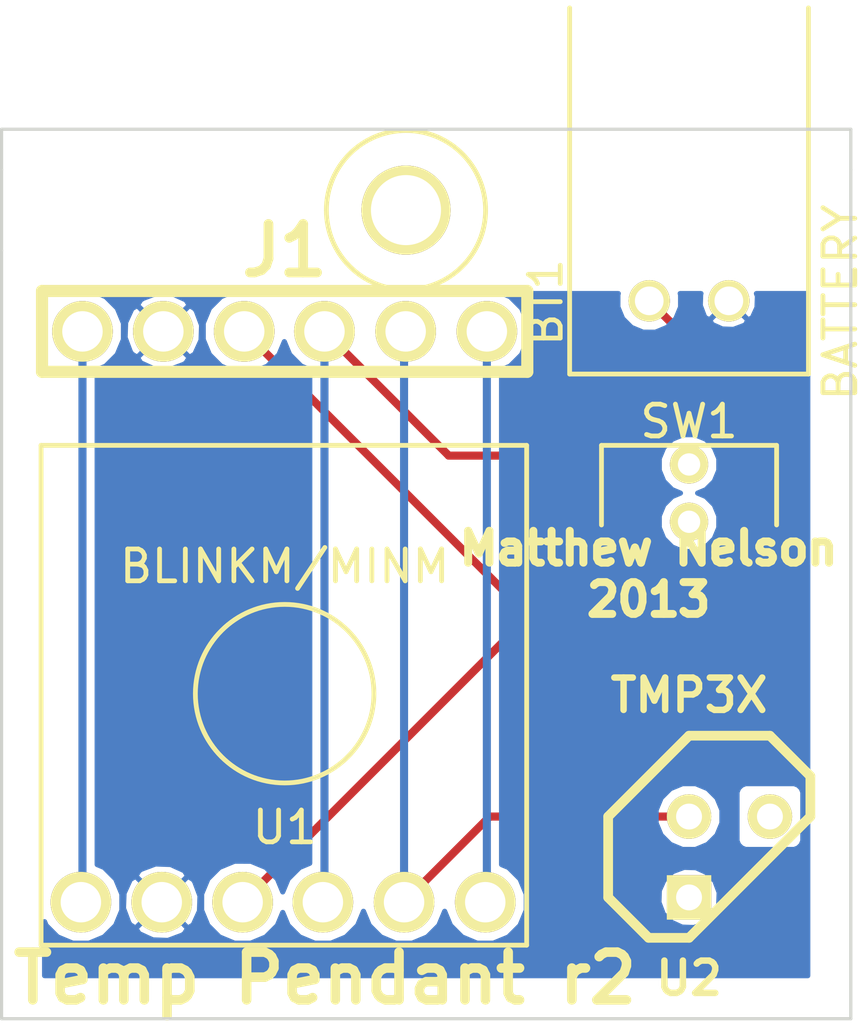
<source format=kicad_pcb>
(kicad_pcb (version 3) (host pcbnew "(2013-07-07 BZR 4022)-stable")

  (general
    (links 15)
    (no_connects 2)
    (area 199.339999 118.876 226.559 151.180001)
    (thickness 1.6)
    (drawings 10)
    (tracks 33)
    (zones 0)
    (modules 6)
    (nets 7)
  )

  (page A3)
  (title_block 
    (title "Temperature Pendant")
    (rev 1)
    (company "Aerodyne Labs")
    (comment 1 "Matthew Nelson")
    (comment 2 mnelson@aerodynelabs.com)
    (comment 3 www.rfgeeks.com)
  )

  (layers
    (15 F.Cu signal)
    (0 B.Cu signal)
    (16 B.Adhes user)
    (17 F.Adhes user)
    (18 B.Paste user)
    (19 F.Paste user)
    (20 B.SilkS user)
    (21 F.SilkS user)
    (22 B.Mask user)
    (23 F.Mask user)
    (24 Dwgs.User user)
    (25 Cmts.User user)
    (26 Eco1.User user)
    (27 Eco2.User user)
    (28 Edge.Cuts user)
  )

  (setup
    (last_trace_width 0.254)
    (trace_clearance 0.254)
    (zone_clearance 0.16)
    (zone_45_only no)
    (trace_min 0.254)
    (segment_width 0.2)
    (edge_width 0.1)
    (via_size 0.889)
    (via_drill 0.635)
    (via_min_size 0.889)
    (via_min_drill 0.508)
    (uvia_size 0.508)
    (uvia_drill 0.127)
    (uvias_allowed no)
    (uvia_min_size 0.508)
    (uvia_min_drill 0.127)
    (pcb_text_width 0.3)
    (pcb_text_size 1.5 1.5)
    (mod_edge_width 0.15)
    (mod_text_size 1 1)
    (mod_text_width 0.15)
    (pad_size 1.5 1.5)
    (pad_drill 0.6)
    (pad_to_mask_clearance 0)
    (aux_axis_origin 0 0)
    (visible_elements 7FFFFFFF)
    (pcbplotparams
      (layerselection 283148289)
      (usegerberextensions true)
      (excludeedgelayer true)
      (linewidth 0.150000)
      (plotframeref false)
      (viasonmask false)
      (mode 1)
      (useauxorigin false)
      (hpglpennumber 1)
      (hpglpenspeed 20)
      (hpglpendiameter 15)
      (hpglpenoverlay 2)
      (psnegative false)
      (psa4output false)
      (plotreference true)
      (plotvalue true)
      (plotothertext true)
      (plotinvisibletext false)
      (padsonsilk false)
      (subtractmaskfromsilk false)
      (outputformat 1)
      (mirror false)
      (drillshape 0)
      (scaleselection 1)
      (outputdirectory Gerber/))
  )

  (net 0 "")
  (net 1 +BATT)
  (net 2 GND)
  (net 3 MISO)
  (net 4 RST)
  (net 5 SW)
  (net 6 TEMP)

  (net_class Default "This is the default net class."
    (clearance 0.254)
    (trace_width 0.254)
    (via_dia 0.889)
    (via_drill 0.635)
    (uvia_dia 0.508)
    (uvia_drill 0.127)
    (add_net "")
    (add_net +BATT)
    (add_net GND)
    (add_net MISO)
    (add_net RST)
    (add_net SW)
    (add_net TEMP)
  )

  (module HDRV6W38P254_6X1 (layer F.Cu) (tedit 5213B9C5) (tstamp 526C1C3F)
    (at 208.28 129.54)
    (path /5265F63E)
    (fp_text reference J1 (at 0 -2.54) (layer F.SilkS)
      (effects (font (size 1.524 1.524) (thickness 0.3048)))
    )
    (fp_text value CONN-6 (at 0 2.54) (layer F.SilkS) hide
      (effects (font (size 1.524 1.524) (thickness 0.3048)))
    )
    (fp_line (start -7.62 1.27) (end 7.62 1.27) (layer F.SilkS) (width 0.381))
    (fp_line (start 7.62 -1.27) (end -7.62 -1.27) (layer F.SilkS) (width 0.381))
    (fp_line (start -7.62 -1.27) (end -7.62 1.27) (layer F.SilkS) (width 0.381))
    (fp_line (start 7.62 1.27) (end 7.62 -1.27) (layer F.SilkS) (width 0.381))
    (pad 1 thru_hole circle (at -6.35 0) (size 1.905 1.905) (drill 1.27)
      (layers *.Cu *.Mask F.SilkS)
      (net 4 RST)
    )
    (pad 2 thru_hole circle (at -3.81 0) (size 1.905 1.905) (drill 1.27)
      (layers *.Cu *.Mask F.SilkS)
      (net 2 GND)
    )
    (pad 3 thru_hole circle (at -1.27 0) (size 1.905 1.905) (drill 1.27)
      (layers *.Cu *.Mask F.SilkS)
      (net 1 +BATT)
    )
    (pad 4 thru_hole circle (at 1.25 0) (size 1.905 1.905) (drill 1.27)
      (layers *.Cu *.Mask F.SilkS)
      (net 5 SW)
    )
    (pad 5 thru_hole circle (at 3.8 0) (size 1.905 1.905) (drill 1.27)
      (layers *.Cu *.Mask F.SilkS)
      (net 6 TEMP)
    )
    (pad 6 thru_hole circle (at 6.35 0) (size 1.905 1.905) (drill 1.27)
      (layers *.Cu *.Mask F.SilkS)
      (net 3 MISO)
    )
  )

  (module CONN-JST-XH-2 (layer F.Cu) (tedit 5230F56A) (tstamp 526C1C48)
    (at 220.98 119.38)
    (path /5264A202)
    (fp_text reference BT1 (at -4.5 9.25 90) (layer F.SilkS)
      (effects (font (size 1 1) (thickness 0.15)))
    )
    (fp_text value BATTERY (at 4.75 9.25 90) (layer F.SilkS)
      (effects (font (size 1 1) (thickness 0.15)))
    )
    (fp_line (start -3.75 0) (end -3.75 11.5) (layer F.SilkS) (width 0.15))
    (fp_line (start -3.75 11.5) (end 3.75 11.5) (layer F.SilkS) (width 0.15))
    (fp_line (start 3.75 11.5) (end 3.75 0) (layer F.SilkS) (width 0.15))
    (pad 1 thru_hole circle (at -1.25 9.2) (size 1.3 1.3) (drill 0.9)
      (layers *.Cu *.Mask F.SilkS)
      (net 1 +BATT)
    )
    (pad 2 thru_hole circle (at 1.25 9.2) (size 1.3 1.3) (drill 0.9)
      (layers *.Cu *.Mask F.SilkS)
      (net 2 GND)
    )
  )

  (module BlinkM (layer F.Cu) (tedit 526C0C3B) (tstamp 526C1C57)
    (at 208.28 140.97)
    (path /5265EB43)
    (fp_text reference U1 (at 0 4.15) (layer F.SilkS)
      (effects (font (size 1 1) (thickness 0.15)))
    )
    (fp_text value BLINKM/MINM (at 0 -4.05) (layer F.SilkS)
      (effects (font (size 1 1) (thickness 0.15)))
    )
    (fp_circle (center 0 -0.05) (end -2.4 -1.5) (layer F.SilkS) (width 0.15))
    (fp_line (start -7.65 -7.85) (end 7.6 -7.85) (layer F.SilkS) (width 0.15))
    (fp_line (start 7.6 -7.85) (end 7.6 7.85) (layer F.SilkS) (width 0.15))
    (fp_line (start 7.6 7.85) (end -7.65 7.85) (layer F.SilkS) (width 0.15))
    (fp_line (start -7.65 7.85) (end -7.65 -7.85) (layer F.SilkS) (width 0.15))
    (pad 1 thru_hole circle (at -6.4 6.5) (size 1.905 1.905) (drill 1.27)
      (layers *.Cu *.Mask F.SilkS)
      (net 4 RST)
    )
    (pad 2 thru_hole circle (at -3.86 6.5) (size 1.905 1.905) (drill 1.27)
      (layers *.Cu *.Mask F.SilkS)
      (net 2 GND)
    )
    (pad 3 thru_hole circle (at -1.32 6.5) (size 1.905 1.905) (drill 1.27)
      (layers *.Cu *.Mask F.SilkS)
      (net 1 +BATT)
    )
    (pad 4 thru_hole circle (at 1.2 6.5) (size 1.905 1.905) (drill 1.27)
      (layers *.Cu *.Mask F.SilkS)
      (net 5 SW)
    )
    (pad 5 thru_hole circle (at 3.75 6.5) (size 1.905 1.905) (drill 1.27)
      (layers *.Cu *.Mask F.SilkS)
      (net 6 TEMP)
    )
    (pad 6 thru_hole circle (at 6.3 6.5) (size 1.905 1.905) (drill 1.27)
      (layers *.Cu *.Mask F.SilkS)
      (net 3 MISO)
    )
    (model 3D/Devices/blinkm.wrl
      (at (xyz -0.31 -0.31 0.13))
      (scale (xyz 0.39 0.39 0.39))
      (rotate (xyz 270 0 90))
    )
  )

  (module SW-EVQP7 (layer F.Cu) (tedit 52280678) (tstamp 526C1C31)
    (at 220.98 134.62)
    (descr "SW, Mom, SMD Right")
    (path /5264B70C)
    (fp_text reference SW1 (at 0 -2.25) (layer F.SilkS)
      (effects (font (size 1 1) (thickness 0.15)))
    )
    (fp_text value SW-MOM (at 0 0) (layer F.SilkS) hide
      (effects (font (size 1 1) (thickness 0.15)))
    )
    (fp_line (start -2.75 1) (end -2.75 -1.5) (layer F.SilkS) (width 0.15))
    (fp_line (start -2.75 -1.5) (end 2.75 -1.5) (layer F.SilkS) (width 0.15))
    (fp_line (start 2.75 -1.5) (end 2.75 1) (layer F.SilkS) (width 0.15))
    (pad 1 smd rect (at 1.8 -0.725) (size 1.4 1.05)
      (layers F.Cu F.Paste F.Mask)
      (net 5 SW)
    )
    (pad 1 smd rect (at -1.8 -0.725) (size 1.4 1.05)
      (layers F.Cu F.Paste F.Mask)
      (net 5 SW)
    )
    (pad 2 smd rect (at -1.8 0.725) (size 1.4 1.05)
      (layers F.Cu F.Paste F.Mask)
      (net 1 +BATT)
    )
    (pad 2 smd rect (at 1.8 0.725) (size 1.4 1.05)
      (layers F.Cu F.Paste F.Mask)
      (net 1 +BATT)
    )
    (pad "" thru_hole circle (at 0 -0.9) (size 1.2 1.2) (drill 0.7)
      (layers *.Cu *.Mask F.SilkS)
    )
    (pad "" thru_hole circle (at 0 0.9) (size 1.2 1.2) (drill 0.7)
      (layers *.Cu *.Mask F.SilkS)
    )
    (model 3D/Misc/SW-EVQP7.wrl
      (at (xyz 0 0 0))
      (scale (xyz 0.393701 0.393701 0.393701))
      (rotate (xyz 0 0 0))
    )
  )

  (module TO92-INVERT (layer F.Cu) (tedit 443CFFF4) (tstamp 526C1C25)
    (at 222.25 146.05)
    (descr "Transistor TO92 brochage type BC237")
    (tags "TR TO92")
    (path /5264B6FD)
    (fp_text reference U2 (at -1.27 3.81) (layer F.SilkS)
      (effects (font (size 1.016 1.016) (thickness 0.2032)))
    )
    (fp_text value TMP3X (at -1.27 -5.08) (layer F.SilkS)
      (effects (font (size 1.016 1.016) (thickness 0.2032)))
    )
    (fp_line (start -1.27 2.54) (end 2.54 -1.27) (layer F.SilkS) (width 0.3048))
    (fp_line (start 2.54 -1.27) (end 2.54 -2.54) (layer F.SilkS) (width 0.3048))
    (fp_line (start 2.54 -2.54) (end 1.27 -3.81) (layer F.SilkS) (width 0.3048))
    (fp_line (start 1.27 -3.81) (end -1.27 -3.81) (layer F.SilkS) (width 0.3048))
    (fp_line (start -1.27 -3.81) (end -3.81 -1.27) (layer F.SilkS) (width 0.3048))
    (fp_line (start -3.81 -1.27) (end -3.81 1.27) (layer F.SilkS) (width 0.3048))
    (fp_line (start -3.81 1.27) (end -2.54 2.54) (layer F.SilkS) (width 0.3048))
    (fp_line (start -2.54 2.54) (end -1.27 2.54) (layer F.SilkS) (width 0.3048))
    (pad 1 thru_hole rect (at -1.27 1.27) (size 1.397 1.397) (drill 0.8128)
      (layers *.Cu *.Mask F.SilkS)
      (net 1 +BATT)
    )
    (pad 2 thru_hole circle (at -1.27 -1.27) (size 1.397 1.397) (drill 0.8128)
      (layers *.Cu *.Mask F.SilkS)
      (net 6 TEMP)
    )
    (pad 3 thru_hole circle (at 1.27 -1.27) (size 1.397 1.397) (drill 0.8128)
      (layers *.Cu *.Mask F.SilkS)
      (net 2 GND)
    )
    (model discret/to98.wrl
      (at (xyz 0 0 0))
      (scale (xyz 1 1 1))
      (rotate (xyz 0 0 0))
    )
  )

  (module MECH-HOLE220 (layer F.Cu) (tedit 5228D98A) (tstamp 528833EC)
    (at 212.09 125.73)
    (fp_text reference MECH-HOLE220 (at 0 0) (layer F.SilkS) hide
      (effects (font (size 1 1) (thickness 0.15)))
    )
    (fp_text value VAL** (at 0 0) (layer F.SilkS) hide
      (effects (font (size 1 1) (thickness 0.15)))
    )
    (fp_circle (center 0 0) (end 2.5 0) (layer F.SilkS) (width 0.15))
    (pad "" thru_hole circle (at 0 0) (size 2.8 2.8) (drill 2.2)
      (layers *.Cu *.Mask F.SilkS)
    )
  )

  (gr_line (start 199.39 123.19) (end 199.39 124.46) (angle 90) (layer Edge.Cuts) (width 0.1))
  (gr_line (start 226.06 123.19) (end 226.06 124.46) (angle 90) (layer Edge.Cuts) (width 0.1))
  (gr_line (start 199.39 124.46) (end 199.39 127) (angle 90) (layer Edge.Cuts) (width 0.1))
  (gr_line (start 226.06 127) (end 226.06 124.46) (angle 90) (layer Edge.Cuts) (width 0.1))
  (gr_text "Matthew Nelson\n2013" (at 219.71 137.16) (layer F.SilkS)
    (effects (font (size 1 1) (thickness 0.25)))
  )
  (gr_text "Temp Pendant r2" (at 209.55 149.86) (layer F.SilkS)
    (effects (font (size 1.5 1.5) (thickness 0.3)))
  )
  (gr_line (start 199.39 151.13) (end 199.39 127) (angle 90) (layer Edge.Cuts) (width 0.1))
  (gr_line (start 226.06 151.13) (end 199.39 151.13) (angle 90) (layer Edge.Cuts) (width 0.1))
  (gr_line (start 226.06 127) (end 226.06 151.13) (angle 90) (layer Edge.Cuts) (width 0.1))
  (gr_line (start 199.39 123.19) (end 226.06 123.19) (angle 90) (layer Edge.Cuts) (width 0.1))

  (segment (start 222.78 135.345) (end 222.78 135.7981) (width 0.254) (layer F.Cu) (net 1))
  (segment (start 222.78 135.7981) (end 222.78 136.2513) (width 0.254) (layer F.Cu) (net 1))
  (segment (start 223.8614 132.7114) (end 219.73 128.58) (width 0.254) (layer F.Cu) (net 1))
  (segment (start 223.8614 134.7167) (end 223.8614 132.7114) (width 0.254) (layer F.Cu) (net 1))
  (segment (start 222.78 135.7981) (end 223.8614 134.7167) (width 0.254) (layer F.Cu) (net 1))
  (segment (start 219.18 135.345) (end 219.18 136.2513) (width 0.254) (layer F.Cu) (net 1))
  (segment (start 222.557 136.4743) (end 222.557 136.5297) (width 0.254) (layer F.Cu) (net 1))
  (segment (start 222.78 136.2513) (end 222.557 136.4743) (width 0.254) (layer F.Cu) (net 1))
  (segment (start 219.18 136.3905) (end 219.18 136.2513) (width 0.254) (layer F.Cu) (net 1))
  (segment (start 219.3192 136.5297) (end 219.18 136.3905) (width 0.254) (layer F.Cu) (net 1))
  (segment (start 222.557 136.5297) (end 219.3192 136.5297) (width 0.254) (layer F.Cu) (net 1))
  (segment (start 215.95 138.48) (end 207.01 129.54) (width 0.254) (layer F.Cu) (net 1))
  (segment (start 218.0395 136.3905) (end 215.95 138.48) (width 0.254) (layer F.Cu) (net 1))
  (segment (start 219.18 136.3905) (end 218.0395 136.3905) (width 0.254) (layer F.Cu) (net 1))
  (segment (start 215.95 138.48) (end 206.96 147.47) (width 0.254) (layer F.Cu) (net 1))
  (segment (start 214.63 147.42) (end 214.63 129.54) (width 0.254) (layer B.Cu) (net 3))
  (segment (start 214.58 147.47) (end 214.63 147.42) (width 0.254) (layer B.Cu) (net 3))
  (segment (start 201.93 147.42) (end 201.93 129.54) (width 0.254) (layer B.Cu) (net 4))
  (segment (start 201.88 147.47) (end 201.93 147.42) (width 0.254) (layer B.Cu) (net 4))
  (segment (start 222.5154 132.7241) (end 222.78 132.9887) (width 0.254) (layer F.Cu) (net 5))
  (segment (start 219.4446 132.7241) (end 222.5154 132.7241) (width 0.254) (layer F.Cu) (net 5))
  (segment (start 219.18 132.9887) (end 219.4446 132.7241) (width 0.254) (layer F.Cu) (net 5))
  (segment (start 222.78 133.895) (end 222.78 132.9887) (width 0.254) (layer F.Cu) (net 5))
  (segment (start 219.18 133.895) (end 219.18 133.4418) (width 0.254) (layer F.Cu) (net 5))
  (segment (start 219.18 133.4418) (end 219.18 132.9887) (width 0.254) (layer F.Cu) (net 5))
  (segment (start 213.4318 133.4418) (end 209.53 129.54) (width 0.254) (layer F.Cu) (net 5))
  (segment (start 219.18 133.4418) (end 213.4318 133.4418) (width 0.254) (layer F.Cu) (net 5))
  (segment (start 209.53 147.42) (end 209.53 129.54) (width 0.254) (layer B.Cu) (net 5))
  (segment (start 209.48 147.47) (end 209.53 147.42) (width 0.254) (layer B.Cu) (net 5))
  (segment (start 214.72 144.78) (end 220.98 144.78) (width 0.254) (layer F.Cu) (net 6))
  (segment (start 212.03 147.47) (end 214.72 144.78) (width 0.254) (layer F.Cu) (net 6))
  (segment (start 212.03 129.59) (end 212.03 147.47) (width 0.254) (layer B.Cu) (net 6))
  (segment (start 212.08 129.54) (end 212.03 129.59) (width 0.254) (layer B.Cu) (net 6))

  (zone (net 2) (net_name GND) (layer B.Cu) (tstamp 526D688A) (hatch edge 0.508)
    (connect_pads (clearance 0.16))
    (min_thickness 0.16)
    (fill (arc_segments 16) (thermal_gap 0.16) (thermal_bridge_width 0.17))
    (polygon
      (pts
        (xy 200.66 128.27) (xy 224.79 128.27) (xy 224.79 149.86) (xy 200.66 149.86)
      )
    )
    (filled_polygon
      (pts
        (xy 224.71 149.78) (xy 224.552557 149.78) (xy 224.552557 145.412355) (xy 224.552557 144.015355) (xy 224.501816 143.892552)
        (xy 224.407942 143.798514) (xy 224.285228 143.747559) (xy 224.152355 143.747443) (xy 222.825682 143.747443) (xy 222.825682 129.182753)
        (xy 222.23 128.587071) (xy 221.634318 129.182753) (xy 221.700676 129.317059) (xy 222.023028 129.463517) (xy 222.376891 129.475468)
        (xy 222.70839 129.351091) (xy 222.759324 129.317059) (xy 222.825682 129.182753) (xy 222.825682 143.747443) (xy 222.755355 143.747443)
        (xy 222.632552 143.798184) (xy 222.538514 143.892058) (xy 222.487559 144.014772) (xy 222.487443 144.147645) (xy 222.487443 145.544645)
        (xy 222.538184 145.667448) (xy 222.632058 145.761486) (xy 222.754772 145.812441) (xy 222.887645 145.812557) (xy 224.284645 145.812557)
        (xy 224.407448 145.761816) (xy 224.501486 145.667942) (xy 224.552441 145.545228) (xy 224.552557 145.412355) (xy 224.552557 149.78)
        (xy 222.012678 149.78) (xy 222.012678 144.575524) (xy 221.914162 144.337096) (xy 221.914162 135.335031) (xy 221.772268 134.991623)
        (xy 221.509759 134.728655) (xy 221.247867 134.619908) (xy 221.508377 134.512268) (xy 221.771345 134.249759) (xy 221.913837 133.906599)
        (xy 221.914162 133.535031) (xy 221.772268 133.191623) (xy 221.509759 132.928655) (xy 221.166599 132.786163) (xy 220.795031 132.785838)
        (xy 220.451623 132.927732) (xy 220.188655 133.190241) (xy 220.046163 133.533401) (xy 220.045838 133.904969) (xy 220.187732 134.248377)
        (xy 220.450241 134.511345) (xy 220.712132 134.620091) (xy 220.451623 134.727732) (xy 220.188655 134.990241) (xy 220.046163 135.333401)
        (xy 220.045838 135.704969) (xy 220.187732 136.048377) (xy 220.450241 136.311345) (xy 220.793401 136.453837) (xy 221.164969 136.454162)
        (xy 221.508377 136.312268) (xy 221.771345 136.049759) (xy 221.913837 135.706599) (xy 221.914162 135.335031) (xy 221.914162 144.337096)
        (xy 221.855821 144.1959) (xy 221.565627 143.9052) (xy 221.186278 143.74768) (xy 220.775524 143.747322) (xy 220.3959 143.904179)
        (xy 220.1052 144.194373) (xy 219.94768 144.573722) (xy 219.947322 144.984476) (xy 220.104179 145.3641) (xy 220.394373 145.6548)
        (xy 220.773722 145.81232) (xy 221.184476 145.812678) (xy 221.5641 145.655821) (xy 221.8548 145.365627) (xy 222.01232 144.986278)
        (xy 222.012678 144.575524) (xy 222.012678 149.78) (xy 221.924309 149.78) (xy 221.924309 147.165374) (xy 221.793255 146.815773)
        (xy 221.757064 146.76161) (xy 221.61772 146.689351) (xy 221.610649 146.696422) (xy 221.610649 146.68228) (xy 221.53839 146.542936)
        (xy 221.198516 146.3884) (xy 220.825374 146.375691) (xy 220.475773 146.506745) (xy 220.42161 146.542936) (xy 220.349351 146.68228)
        (xy 220.98 147.312929) (xy 221.610649 146.68228) (xy 221.610649 146.696422) (xy 220.987071 147.32) (xy 221.61772 147.950649)
        (xy 221.757064 147.87839) (xy 221.9116 147.538516) (xy 221.924309 147.165374) (xy 221.924309 149.78) (xy 221.610649 149.78)
        (xy 221.610649 147.95772) (xy 220.98 147.327071) (xy 220.972929 147.334142) (xy 220.972929 147.32) (xy 220.34228 146.689351)
        (xy 220.202936 146.76161) (xy 220.0484 147.101484) (xy 220.035691 147.474626) (xy 220.166745 147.824227) (xy 220.202936 147.87839)
        (xy 220.34228 147.950649) (xy 220.972929 147.32) (xy 220.972929 147.334142) (xy 220.349351 147.95772) (xy 220.42161 148.097064)
        (xy 220.761484 148.2516) (xy 221.134626 148.264309) (xy 221.484227 148.133255) (xy 221.53839 148.097064) (xy 221.610649 147.95772)
        (xy 221.610649 149.78) (xy 205.6701 149.78) (xy 205.6701 129.344861) (xy 205.504072 128.900457) (xy 205.456583 128.829385)
        (xy 205.290846 128.726225) (xy 204.477071 129.54) (xy 205.290846 130.353775) (xy 205.456583 130.250615) (xy 205.653424 129.818973)
        (xy 205.6701 129.344861) (xy 205.6701 149.78) (xy 205.6201 149.78) (xy 205.6201 147.274861) (xy 205.454072 146.830457)
        (xy 205.406583 146.759385) (xy 205.283775 146.682945) (xy 205.283775 130.360846) (xy 204.47 129.547071) (xy 204.462929 129.554142)
        (xy 204.462929 129.54) (xy 203.649154 128.726225) (xy 203.483417 128.829385) (xy 203.286576 129.261027) (xy 203.2699 129.735139)
        (xy 203.435928 130.179543) (xy 203.483417 130.250615) (xy 203.649154 130.353775) (xy 204.462929 129.54) (xy 204.462929 129.554142)
        (xy 203.656225 130.360846) (xy 203.759385 130.526583) (xy 204.191027 130.723424) (xy 204.665139 130.7401) (xy 205.109543 130.574072)
        (xy 205.180615 130.526583) (xy 205.283775 130.360846) (xy 205.283775 146.682945) (xy 205.240846 146.656225) (xy 205.233775 146.663296)
        (xy 205.233775 146.649154) (xy 205.130615 146.483417) (xy 204.698973 146.286576) (xy 204.224861 146.2699) (xy 203.780457 146.435928)
        (xy 203.709385 146.483417) (xy 203.606225 146.649154) (xy 204.42 147.462929) (xy 205.233775 146.649154) (xy 205.233775 146.663296)
        (xy 204.427071 147.47) (xy 205.240846 148.283775) (xy 205.406583 148.180615) (xy 205.603424 147.748973) (xy 205.6201 147.274861)
        (xy 205.6201 149.78) (xy 205.233775 149.78) (xy 205.233775 148.290846) (xy 204.42 147.477071) (xy 204.412929 147.484142)
        (xy 204.412929 147.47) (xy 203.599154 146.656225) (xy 203.433417 146.759385) (xy 203.236576 147.191027) (xy 203.2199 147.665139)
        (xy 203.385928 148.109543) (xy 203.433417 148.180615) (xy 203.599154 148.283775) (xy 204.412929 147.47) (xy 204.412929 147.484142)
        (xy 203.606225 148.290846) (xy 203.709385 148.456583) (xy 204.141027 148.653424) (xy 204.615139 148.6701) (xy 205.059543 148.504072)
        (xy 205.130615 148.456583) (xy 205.233775 148.290846) (xy 205.233775 149.78) (xy 200.74 149.78) (xy 200.74 148.079875)
        (xy 200.788722 148.197792) (xy 201.150305 148.560006) (xy 201.622977 148.756276) (xy 202.134778 148.756723) (xy 202.607792 148.561278)
        (xy 202.970006 148.199695) (xy 203.166276 147.727023) (xy 203.166723 147.215222) (xy 202.971278 146.742208) (xy 202.609695 146.379994)
        (xy 202.391 146.289184) (xy 202.391 130.741513) (xy 202.657792 130.631278) (xy 203.020006 130.269695) (xy 203.216276 129.797023)
        (xy 203.216723 129.285222) (xy 203.021278 128.812208) (xy 202.659695 128.449994) (xy 202.418882 128.35) (xy 204.247826 128.35)
        (xy 203.830457 128.505928) (xy 203.759385 128.553417) (xy 203.656225 128.719154) (xy 204.47 129.532929) (xy 205.283775 128.719154)
        (xy 205.180615 128.553417) (xy 204.748973 128.356576) (xy 204.562012 128.35) (xy 206.521133 128.35) (xy 206.282208 128.448722)
        (xy 205.919994 128.810305) (xy 205.723724 129.282977) (xy 205.723277 129.794778) (xy 205.918722 130.267792) (xy 206.280305 130.630006)
        (xy 206.752977 130.826276) (xy 207.264778 130.826723) (xy 207.737792 130.631278) (xy 208.100006 130.269695) (xy 208.270176 129.859878)
        (xy 208.438722 130.267792) (xy 208.800305 130.630006) (xy 209.069 130.741577) (xy 209.069 146.247826) (xy 208.752208 146.378722)
        (xy 208.389994 146.740305) (xy 208.219823 147.150121) (xy 208.051278 146.742208) (xy 207.689695 146.379994) (xy 207.217023 146.183724)
        (xy 206.705222 146.183277) (xy 206.232208 146.378722) (xy 205.869994 146.740305) (xy 205.673724 147.212977) (xy 205.673277 147.724778)
        (xy 205.868722 148.197792) (xy 206.230305 148.560006) (xy 206.702977 148.756276) (xy 207.214778 148.756723) (xy 207.687792 148.561278)
        (xy 208.050006 148.199695) (xy 208.220176 147.789878) (xy 208.388722 148.197792) (xy 208.750305 148.560006) (xy 209.222977 148.756276)
        (xy 209.734778 148.756723) (xy 210.207792 148.561278) (xy 210.570006 148.199695) (xy 210.755213 147.753665) (xy 210.938722 148.197792)
        (xy 211.300305 148.560006) (xy 211.772977 148.756276) (xy 212.284778 148.756723) (xy 212.757792 148.561278) (xy 213.120006 148.199695)
        (xy 213.305213 147.753665) (xy 213.488722 148.197792) (xy 213.850305 148.560006) (xy 214.322977 148.756276) (xy 214.834778 148.756723)
        (xy 215.307792 148.561278) (xy 215.670006 148.199695) (xy 215.866276 147.727023) (xy 215.866723 147.215222) (xy 215.671278 146.742208)
        (xy 215.309695 146.379994) (xy 215.091 146.289184) (xy 215.091 130.741513) (xy 215.357792 130.631278) (xy 215.720006 130.269695)
        (xy 215.916276 129.797023) (xy 215.916723 129.285222) (xy 215.721278 128.812208) (xy 215.359695 128.449994) (xy 215.118882 128.35)
        (xy 218.760045 128.35) (xy 218.746172 128.383412) (xy 218.74583 128.774871) (xy 218.89532 129.136663) (xy 219.171881 129.413708)
        (xy 219.533412 129.563828) (xy 219.924871 129.56417) (xy 220.286663 129.41468) (xy 220.563708 129.138119) (xy 220.713828 128.776588)
        (xy 220.71417 128.385129) (xy 220.699654 128.35) (xy 221.356945 128.35) (xy 221.346483 128.373028) (xy 221.334532 128.726891)
        (xy 221.458909 129.05839) (xy 221.492941 129.109324) (xy 221.627247 129.175682) (xy 222.222929 128.58) (xy 222.208786 128.565857)
        (xy 222.215857 128.558786) (xy 222.23 128.572929) (xy 222.244142 128.558786) (xy 222.251213 128.565857) (xy 222.237071 128.58)
        (xy 222.832753 129.175682) (xy 222.967059 129.109324) (xy 223.113517 128.786972) (xy 223.125468 128.433109) (xy 223.094285 128.35)
        (xy 224.71 128.35) (xy 224.71 149.78)
      )
    )
  )
)

</source>
